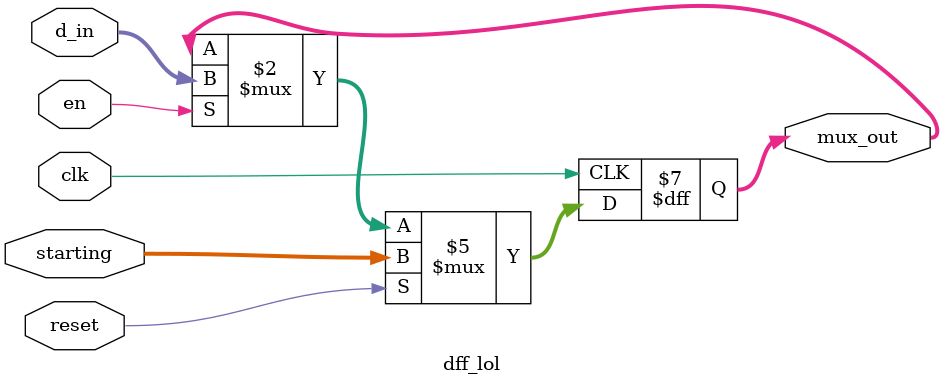
<source format=v>
module dff_lol(
    input clk,
    input en,
    input wire [15:0] d_in,
    input [15:0] starting,
    input reset,

    output reg [15:0] mux_out

);

    always @(posedge clk) begin
        if (reset) begin
            mux_out <= starting;
        end
        else if(en) begin
            mux_out <= d_in;
        end
    end
	 
endmodule
</source>
